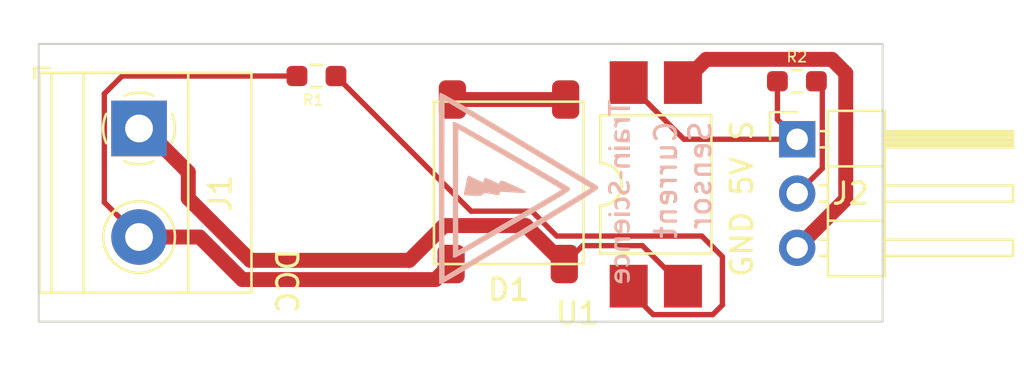
<source format=kicad_pcb>
(kicad_pcb (version 20221018) (generator pcbnew)
  (layers (0 "F.Cu" signal) (31 "B.Cu" signal) (34 "B.Paste" user) (35 "F.Paste" user) (36 "B.SilkS" user "B.Silkscreen") (37 "F.SilkS" user "F.Silkscreen") (38 "B.Mask" user) (39 "F.Mask" user) (44 "Edge.Cuts" user))
  (net 0 "")
  (net 1 "Net-(D1-+)")
  (net 2 "Net-(J1-Pin_2)")
  (net 3 "Net-(J1-Pin_1)")
  (net 4 "GND")
  (net 5 "+5V")
  (net 6 "Net-(R1-Pad1)")
  (net 7 "Net-(J2-Pin_1)")
  (footprint "custom_kicad_lib_sk:4A rectifier" (layer "F.Cu") (at 73 60 -90)
    (fp_text reference "D1" (at 5 0 unlocked) (layer "F.SilkS"))
    (fp_text value "~")
    (fp_rect (start -3.8 -3.5) (end 3.8 3.5) (stroke (width 0.12)) (fill none) (layer "F.SilkS"))
    (pad "1" smd roundrect (at -3.9 -2.6625 270) (size 1.8 1.275) (layers "F.Cu" "F.Paste" "F.Mask") (net 1 "Net-(D1-+)"))
    (pad "2" smd roundrect (at -3.9 2.6375 270) (size 1.8 1.275) (layers "F.Cu" "F.Paste" "F.Mask") (net 1 "Net-(D1-+)"))
    (pad "3" smd roundrect (at 3.8 2.7 270) (size 1.8 1.275) (layers "F.Cu" "F.Paste" "F.Mask") (net 2 "Net-(J1-Pin_2)"))
    (pad "4" smd roundrect (at 3.8 -2.6 270) (size 1.8 1.275) (layers "F.Cu" "F.Paste" "F.Mask") (net 3 "Net-(J1-Pin_1)"))
  )
  (footprint "MountingHole:MountingHole_3.2mm_M3" (layer "F.Cu") (at 65.5 60)
    (fp_text reference "REF**" hide)
    (fp_text value "MountingHole_3.2mm_M3")
    (pad "" np_thru_hole circle (at 0 0) (size 3.2 3.2) (drill 3.2) (layers "*.Cu" "*.Mask"))
  )
  (footprint "custom_kicad_lib_sk:R_0603_smalltext" (layer "F.Cu") (at 86.487 55.245)
    (fp_text reference "R2" (at 0 -1.143) (layer "F.SilkS") (effects (font (size 0.5 0.5) (thickness 0.075))))
    (fp_text value "10k")
    (fp_line (start -0.254724 -0.5225) (end 0.254724 -0.5225) (stroke (width 0.12)) (layer "F.SilkS"))
    (fp_line (start -0.254724 0.5225) (end 0.254724 0.5225) (stroke (width 0.12)) (layer "F.SilkS"))
    (pad "1" smd roundrect (at -0.9125 0) (size 0.975 0.95) (layers "F.Cu" "F.Paste" "F.Mask") (net 7 "Net-(J2-Pin_1)"))
    (pad "2" smd roundrect (at 0.9125 0) (size 0.975 0.95) (layers "F.Cu" "F.Paste" "F.Mask") (net 5 "+5V"))
  )
  (footprint "TerminalBlock_Phoenix:TerminalBlock_Phoenix_MKDS-1,5-2-5.08_1x02_P5.08mm_Horizontal" (layer "F.Cu") (at 55.695 57.455 -90)
    (fp_text reference "J1" (at 3.045 -3.805 -90) (layer "F.SilkS"))
    (fp_text value "Screw_Terminal_01x02")
    (fp_line (start -2.84 4.16) (end -2.84 4.9) (stroke (width 0.12)) (layer "F.SilkS"))
    (fp_line (start -2.84 4.9) (end -2.34 4.9) (stroke (width 0.12)) (layer "F.SilkS"))
    (fp_line (start -2.6 -5.261) (end -2.6 4.66) (stroke (width 0.12)) (layer "F.SilkS"))
    (fp_line (start -2.6 -5.261) (end 7.68 -5.261) (stroke (width 0.12)) (layer "F.SilkS"))
    (fp_line (start -2.6 -2.301) (end 7.68 -2.301) (stroke (width 0.12)) (layer "F.SilkS"))
    (fp_line (start -2.6 2.6) (end 7.68 2.6) (stroke (width 0.12)) (layer "F.SilkS"))
    (fp_line (start -2.6 4.1) (end 7.68 4.1) (stroke (width 0.12)) (layer "F.SilkS"))
    (fp_line (start -2.6 4.66) (end 7.68 4.66) (stroke (width 0.12)) (layer "F.SilkS"))
    (fp_line (start 3.853 1.023) (end 3.806 1.069) (stroke (width 0.12)) (layer "F.SilkS"))
    (fp_line (start 4.046 1.239) (end 4.011 1.274) (stroke (width 0.12)) (layer "F.SilkS"))
    (fp_line (start 6.15 -1.275) (end 6.115 -1.239) (stroke (width 0.12)) (layer "F.SilkS"))
    (fp_line (start 6.355 -1.069) (end 6.308 -1.023) (stroke (width 0.12)) (layer "F.SilkS"))
    (fp_line (start 7.68 -5.261) (end 7.68 4.66) (stroke (width 0.12)) (layer "F.SilkS"))
    (fp_arc (start -1.535427 0.683042) (mid -1.680501 -0.000524) (end -1.535 -0.684) (stroke (width 0.12)) (layer "F.SilkS"))
    (fp_arc (start -0.683042 -1.535427) (mid 0.000524 -1.680501) (end 0.684 -1.535) (stroke (width 0.12)) (layer "F.SilkS"))
    (fp_arc (start 0.028805 1.680253) (mid -0.335551 1.646659) (end -0.684 1.535) (stroke (width 0.12)) (layer "F.SilkS"))
    (fp_arc (start 0.683318 1.534756) (mid 0.349292 1.643288) (end 0 1.68) (stroke (width 0.12)) (layer "F.SilkS"))
    (fp_arc (start 1.535427 -0.683042) (mid 1.680501 0.000524) (end 1.535 0.684) (stroke (width 0.12)) (layer "F.SilkS"))
    (fp_circle (center 5.08 0) (end 6.76 0) (stroke (width 0.12)) (fill none) (layer "F.SilkS"))
    (pad "1" thru_hole rect (at 0 0 270) (size 2.6 2.6) (drill 1.3) (layers "*.Cu" "*.Mask") (net 3 "Net-(J1-Pin_1)"))
    (pad "2" thru_hole circle (at 5.08 0 270) (size 2.6 2.6) (drill 1.3) (layers "*.Cu" "*.Mask") (net 2 "Net-(J1-Pin_2)"))
  )
  (footprint "Connector_PinHeader_2.54mm:PinHeader_1x03_P2.54mm_Horizontal" (layer "F.Cu") (at 86.5 57.96)
    (fp_text reference "J2" (at 2.5 2.54) (layer "F.SilkS"))
    (fp_text value "Conn_01x03_Pin")
    (fp_line (start -1.27 -1.27) (end 0 -1.27) (stroke (width 0.12)) (layer "F.SilkS"))
    (fp_line (start -1.27 0) (end -1.27 -1.27) (stroke (width 0.12)) (layer "F.SilkS"))
    (fp_line (start 1.042929 2.16) (end 1.44 2.16) (stroke (width 0.12)) (layer "F.SilkS"))
    (fp_line (start 1.042929 2.92) (end 1.44 2.92) (stroke (width 0.12)) (layer "F.SilkS"))
    (fp_line (start 1.042929 4.7) (end 1.44 4.7) (stroke (width 0.12)) (layer "F.SilkS"))
    (fp_line (start 1.042929 5.46) (end 1.44 5.46) (stroke (width 0.12)) (layer "F.SilkS"))
    (fp_line (start 1.11 -0.38) (end 1.44 -0.38) (stroke (width 0.12)) (layer "F.SilkS"))
    (fp_line (start 1.11 0.38) (end 1.44 0.38) (stroke (width 0.12)) (layer "F.SilkS"))
    (fp_line (start 1.44 -1.33) (end 1.44 6.41) (stroke (width 0.12)) (layer "F.SilkS"))
    (fp_line (start 1.44 1.27) (end 4.1 1.27) (stroke (width 0.12)) (layer "F.SilkS"))
    (fp_line (start 1.44 3.81) (end 4.1 3.81) (stroke (width 0.12)) (layer "F.SilkS"))
    (fp_line (start 1.44 6.41) (end 4.1 6.41) (stroke (width 0.12)) (layer "F.SilkS"))
    (fp_line (start 4.1 -1.33) (end 1.44 -1.33) (stroke (width 0.12)) (layer "F.SilkS"))
    (fp_line (start 4.1 -0.38) (end 10.1 -0.38) (stroke (width 0.12)) (layer "F.SilkS"))
    (fp_line (start 4.1 -0.32) (end 10.1 -0.32) (stroke (width 0.12)) (layer "F.SilkS"))
    (fp_line (start 4.1 -0.2) (end 10.1 -0.2) (stroke (width 0.12)) (layer "F.SilkS"))
    (fp_line (start 4.1 -0.08) (end 10.1 -0.08) (stroke (width 0.12)) (layer "F.SilkS"))
    (fp_line (start 4.1 0.04) (end 10.1 0.04) (stroke (width 0.12)) (layer "F.SilkS"))
    (fp_line (start 4.1 0.16) (end 10.1 0.16) (stroke (width 0.12)) (layer "F.SilkS"))
    (fp_line (start 4.1 0.28) (end 10.1 0.28) (stroke (width 0.12)) (layer "F.SilkS"))
    (fp_line (start 4.1 2.16) (end 10.1 2.16) (stroke (width 0.12)) (layer "F.SilkS"))
    (fp_line (start 4.1 4.7) (end 10.1 4.7) (stroke (width 0.12)) (layer "F.SilkS"))
    (fp_line (start 4.1 6.41) (end 4.1 -1.33) (stroke (width 0.12)) (layer "F.SilkS"))
    (fp_line (start 10.1 -0.38) (end 10.1 0.38) (stroke (width 0.12)) (layer "F.SilkS"))
    (fp_line (start 10.1 0.38) (end 4.1 0.38) (stroke (width 0.12)) (layer "F.SilkS"))
    (fp_line (start 10.1 2.16) (end 10.1 2.92) (stroke (width 0.12)) (layer "F.SilkS"))
    (fp_line (start 10.1 2.92) (end 4.1 2.92) (stroke (width 0.12)) (layer "F.SilkS"))
    (fp_line (start 10.1 4.7) (end 10.1 5.46) (stroke (width 0.12)) (layer "F.SilkS"))
    (fp_line (start 10.1 5.46) (end 4.1 5.46) (stroke (width 0.12)) (layer "F.SilkS"))
    (pad "1" thru_hole rect (at 0 0) (size 1.7 1.7) (drill 1) (layers "*.Cu" "*.Mask") (net 7 "Net-(J2-Pin_1)"))
    (pad "2" thru_hole oval (at 0 2.54) (size 1.7 1.7) (drill 1) (layers "*.Cu" "*.Mask") (net 5 "+5V"))
    (pad "3" thru_hole oval (at 0 5.08) (size 1.7 1.7) (drill 1) (layers "*.Cu" "*.Mask") (net 4 "GND"))
  )
  (footprint "custom_kicad_lib_sk:R_0603_smalltext" (layer "F.Cu") (at 64 55 180)
    (fp_text reference "R1" (at 0.15 -1.125) (layer "F.SilkS") (effects (font (size 0.5 0.5) (thickness 0.075))))
    (fp_text value "47R")
    (fp_line (start -0.254724 -0.5225) (end 0.254724 -0.5225) (stroke (width 0.12)) (layer "F.SilkS"))
    (fp_line (start -0.254724 0.5225) (end 0.254724 0.5225) (stroke (width 0.12)) (layer "F.SilkS"))
    (pad "1" smd roundrect (at -0.9125 0 180) (size 0.975 0.95) (layers "F.Cu" "F.Paste" "F.Mask") (net 6 "Net-(R1-Pad1)"))
    (pad "2" smd roundrect (at 0.9125 0 180) (size 0.975 0.95) (layers "F.Cu" "F.Paste" "F.Mask") (net 2 "Net-(J1-Pin_2)"))
  )
  (footprint "Package_DIP:SMDIP-4_W9.53mm" (layer "F.Cu") (at 79.883 60.071 90)
    (fp_text reference "U1" (at -6.032 -3.673 180) (layer "F.SilkS"))
    (fp_text value "EL814")
    (fp_line (start -3.235 -2.6) (end -3.235 2.6) (stroke (width 0.12)) (layer "F.SilkS"))
    (fp_line (start -3.235 2.6) (end 3.235 2.6) (stroke (width 0.12)) (layer "F.SilkS"))
    (fp_line (start -1 -2.6) (end -3.235 -2.6) (stroke (width 0.12)) (layer "F.SilkS"))
    (fp_line (start 3.235 -2.6) (end 1 -2.6) (stroke (width 0.12)) (layer "F.SilkS"))
    (fp_line (start 3.235 2.6) (end 3.235 -2.6) (stroke (width 0.12)) (layer "F.SilkS"))
    (fp_arc (start 1 -2.6) (mid 0 -1.6) (end -1 -2.6) (stroke (width 0.12)) (layer "F.SilkS"))
    (pad "1" smd rect (at -4.765 -1.27 90) (size 2 1.78) (layers "F.Cu" "F.Paste" "F.Mask") (net 6 "Net-(R1-Pad1)"))
    (pad "2" smd rect (at -4.765 1.27 90) (size 2 1.78) (layers "F.Cu" "F.Paste" "F.Mask") (net 3 "Net-(J1-Pin_1)"))
    (pad "3" smd rect (at 4.765 1.27 90) (size 2 1.78) (layers "F.Cu" "F.Paste" "F.Mask") (net 4 "GND"))
    (pad "4" smd rect (at 4.765 -1.27 90) (size 2 1.78) (layers "F.Cu" "F.Paste" "F.Mask") (net 7 "Net-(J2-Pin_1)"))
  )
  (footprint "custom_kicad_lib_sk:Train-Science logo small" (layer "B.Cu") (at 74.295 60.325 -90)
    (fp_text reference "G***" hide)
    (fp_text value "LOGO" hide)
    (fp_poly (pts (xy -1.867174 -4.3782) (xy -2.028137 -4.3782) (xy -2.028137 -3.637769) (xy -1.867174 -3.637769)) (fill solid) (layer "B.SilkS"))
    (fp_poly (pts (xy 1.223321 -4.3782) (xy 1.062357 -4.3782) (xy 1.062357 -3.637769) (xy 1.223321 -3.637769)) (fill solid) (layer "B.SilkS"))
    (fp_poly (pts (xy -1.879051 -3.365565) (xy -1.85507 -3.397528) (xy -1.848957 -3.467248) (xy -1.897497 -3.5033) (xy -1.951794 -3.508999) (xy -2.01104 -3.497959) (xy -2.024208 -3.453786) (xy -2.022328 -3.436565) (xy -1.991057 -3.378361) (xy -1.934811 -3.352714)) (fill solid) (layer "B.SilkS"))
    (fp_poly (pts (xy 1.211443 -3.365565) (xy 1.235424 -3.397528) (xy 1.241537 -3.467248) (xy 1.192998 -3.5033) (xy 1.1387 -3.508999) (xy 1.079454 -3.497959) (xy 1.066286 -3.453786) (xy 1.068167 -3.436565) (xy 1.099438 -3.378361) (xy 1.155683 -3.352714)) (fill solid) (layer "B.SilkS"))
    (fp_poly (pts (xy -0.612737 -3.9006) (xy -0.533283 -3.922266) (xy -0.490713 -3.961014) (xy -0.488845 -3.967744) (xy -0.490951 -3.998166) (xy -0.520453 -4.01526) (xy -0.590351 -4.022672) (xy -0.689781 -4.024081) (xy -0.808268 -4.020841) (xy -0.874379 -4.009353) (xy -0.899883 -3.986965) (xy -0.901394 -3.976406) (xy -0.873403 -3.933919) (xy -0.802697 -3.906845) (xy -0.709175 -3.895599)) (fill solid) (layer "B.SilkS"))
    (fp_poly (pts (xy -3.669632 -3.34866) (xy -3.559722 -3.351709) (xy -3.492918 -3.358945) (xy -3.458582 -3.372129) (xy -3.446076 -3.393024) (xy -3.444613 -3.412421) (xy -3.454092 -3.452657) (xy -3.493451 -3.471683) (xy -3.579073 -3.476782) (xy -3.58948 -3.476806) (xy -3.734347 -3.476806) (xy -3.734347 -4.3782) (xy -3.89531 -4.3782) (xy -3.89531 -3.480334) (xy -4.047936 -3.470522) (xy -4.148526 -3.457408) (xy -4.198923 -3.431105) (xy -4.21126 -3.404373) (xy -4.210399 -3.380588) (xy -4.190335 -3.364589) (xy -4.140901 -3.354863) (xy -4.051928 -3.349892) (xy -3.91325 -3.348161) (xy -3.833286 -3.348036)) (fill solid) (layer "B.SilkS"))
    (fp_poly (pts (xy -3.20706 -3.649174) (xy -3.187072 -3.671095) (xy -3.167366 -3.687977) (xy -3.124803 -3.671095) (xy -3.032476 -3.639196) (xy -2.952967 -3.641074) (xy -2.904379 -3.674259) (xy -2.897338 -3.702155) (xy -2.912873 -3.749633) (xy -2.970283 -3.766013) (xy -2.992091 -3.76654) (xy -3.08017 -3.784752) (xy -3.139695 -3.843818) (xy -3.1741 -3.950385) (xy -3.18682 -4.1111) (xy -3.187072 -4.143919) (xy -3.188151 -4.264488) (xy -3.194538 -4.33444) (xy -3.210963 -4.367539) (xy -3.242154 -4.377549) (xy -3.267554 -4.3782) (xy -3.348035 -4.3782) (xy -3.348035 -3.637769) (xy -3.267554 -3.637769)) (fill solid) (layer "B.SilkS"))
    (fp_poly (pts (xy 3.456146 -3.654371) (xy 3.543105 -3.697368) (xy 3.592791 -3.756548) (xy 3.594178 -3.814197) (xy 3.572895 -3.852981) (xy 3.542199 -3.843557) (xy 3.513841 -3.819211) (xy 3.424501 -3.7745) (xy 3.322943 -3.773442) (xy 3.238538 -3.81626) (xy 3.237661 -3.817129) (xy 3.201357 -3.890078) (xy 3.187495 -3.994878) (xy 3.196074 -4.103032) (xy 3.227095 -4.186043) (xy 3.237661 -4.198841) (xy 3.321639 -4.242246) (xy 3.423161 -4.241772) (xy 3.512857 -4.197642) (xy 3.513841 -4.196759) (xy 3.559116 -4.162129) (xy 3.582547 -4.174932) (xy 3.594178 -4.201773) (xy 3.589623 -4.267108) (xy 3.534669 -4.324764) (xy 3.443265 -4.364981) (xy 3.341993 -4.3782) (xy 3.23693 -4.364144) (xy 3.150524 -4.312169) (xy 3.116435 -4.280323) (xy 3.06227 -4.220957) (xy 3.03476 -4.166703) (xy 3.027277 -4.094215) (xy 3.032787 -3.985733) (xy 3.063239 -3.823108) (xy 3.128926 -3.713042) (xy 3.232557 -3.652527) (xy 3.346264 -3.637769)) (fill solid) (layer "B.SilkS"))
    (fp_poly (pts (xy 0.784156 -3.654371) (xy 0.871115 -3.697368) (xy 0.920801 -3.756548) (xy 0.922188 -3.814197) (xy 0.900905 -3.852981) (xy 0.870209 -3.843557) (xy 0.841851 -3.819211) (xy 0.752511 -3.7745) (xy 0.650954 -3.773442) (xy 0.566548 -3.81626) (xy 0.565671 -3.817129) (xy 0.529974 -3.888454) (xy 0.515171 -3.998249) (xy 0.515082 -4.007985) (xy 0.527932 -4.119813) (xy 0.562192 -4.195116) (xy 0.565671 -4.198841) (xy 0.649649 -4.242246) (xy 0.751171 -4.241772) (xy 0.840868 -4.197642) (xy 0.841851 -4.196759) (xy 0.887126 -4.162129) (xy 0.910558 -4.174932) (xy 0.922188 -4.201773) (xy 0.917633 -4.267108) (xy 0.862679 -4.324764) (xy 0.771275 -4.364981) (xy 0.670003 -4.3782) (xy 0.56494 -4.364144) (xy 0.478534 -4.312169) (xy 0.444446 -4.280323) (xy 0.39028 -4.220957) (xy 0.36277 -4.166703) (xy 0.355287 -4.094215) (xy 0.360798 -3.985733) (xy 0.391249 -3.823108) (xy 0.456936 -3.713042) (xy 0.560567 -3.652527) (xy 0.674274 -3.637769)) (fill solid) (layer "B.SilkS"))
    (fp_poly (pts (xy -2.40532 -3.645768) (xy -2.326525 -3.67613) (xy -2.275297 -3.738404) (xy -2.245189 -3.842138) (xy -2.22975 -3.996881) (xy -2.226439 -4.069661) (xy -2.215488 -4.366149) (xy -2.45432 -4.371021) (xy -2.611055 -4.367821) (xy -2.715337 -4.349617) (xy -2.763052 -4.326932) (xy -2.817997 -4.253657) (xy -2.8318 -4.157537) (xy -2.826579 -4.141434) (xy -2.663371 -4.141434) (xy -2.661178 -4.198977) (xy -2.617211 -4.235887) (xy -2.541587 -4.248708) (xy -2.462907 -4.236034) (xy -2.420887 -4.210799) (xy -2.387663 -4.147033) (xy -2.382256 -4.110009) (xy -2.391113 -4.070273) (xy -2.429399 -4.05887) (xy -2.5002 -4.066989) (xy -2.611613 -4.096669) (xy -2.663371 -4.141434) (xy -2.826579 -4.141434) (xy -2.80241 -4.066887) (xy -2.783578 -4.04369) (xy -2.714915 -4.000608) (xy -2.611053 -3.960717) (xy -2.500848 -3.933723) (xy -2.438593 -3.927683) (xy -2.39073 -3.905832) (xy -2.389171 -3.848663) (xy -2.411779 -3.801951) (xy -2.44845 -3.775964) (xy -2.522247 -3.768689) (xy -2.620538 -3.77548) (xy -2.726931 -3.782973) (xy -2.782746 -3.776184) (xy -2.800575 -3.753278) (xy -2.80076 -3.74925) (xy -2.770723 -3.693209) (xy -2.685633 -3.655257) (xy -2.553023 -3.638364) (xy -2.518132 -3.637769)) (fill solid) (layer "B.SilkS"))
    (fp_poly (pts (xy 0.08045 -3.363771) (xy 0.163476 -3.40824) (xy 0.193154 -3.477335) (xy 0.193156 -3.477939) (xy 0.170182 -3.528914) (xy 0.121334 -3.539789) (xy 0.080482 -3.508999) (xy 0.032611 -3.483439) (xy -0.047363 -3.477888) (xy -0.130866 -3.490818) (xy -0.189325 -3.520703) (xy -0.191874 -3.52355) (xy -0.21804 -3.596183) (xy -0.180966 -3.673245) (xy -0.081544 -3.753443) (xy -0.004028 -3.796699) (xy 0.136108 -3.882305) (xy 0.216714 -3.971193) (xy 0.24249 -4.071135) (xy 0.223825 -4.173564) (xy 0.164082 -4.275535) (xy 0.095495 -4.330471) (xy -0.018443 -4.366535) (xy -0.150995 -4.376193) (xy -0.274362 -4.359597) (xy -0.346956 -4.328086) (xy -0.40363 -4.272052) (xy -0.419312 -4.22251) (xy -0.394108 -4.195068) (xy -0.346071 -4.199064) (xy -0.197064 -4.233359) (xy -0.075009 -4.242002) (xy 0.005829 -4.224264) (xy 0.015788 -4.217493) (xy 0.061853 -4.14537) (xy 0.055341 -4.062595) (xy 0.002818 -3.983964) (xy -0.089151 -3.924271) (xy -0.119083 -3.913566) (xy -0.188092 -3.877866) (xy -0.269912 -3.816568) (xy -0.288095 -3.800264) (xy -0.365715 -3.694707) (xy -0.385703 -3.587357) (xy -0.353625 -3.488715) (xy -0.27505 -3.409279) (xy -0.155545 -3.359551) (xy -0.048289 -3.348036)) (fill solid) (layer "B.SilkS"))
    (fp_poly (pts (xy -1.179743 -3.652213) (xy -1.106639 -3.700519) (xy -1.060135 -3.79015) (xy -1.036075 -3.928568) (xy -1.030165 -4.092808) (xy -1.03083 -4.228722) (xy -1.035174 -4.312734) (xy -1.046716 -4.357328) (xy -1.068976 -4.374987) (xy -1.105476 -4.378194) (xy -1.110646 -4.3782) (xy -1.150723 -4.375415) (xy -1.174641 -4.358257) (xy -1.186568 -4.313522) (xy -1.190674 -4.228007) (xy -1.191128 -4.123292) (xy -1.193501 -3.995739) (xy -1.199781 -3.889366) (xy -1.208712 -3.82384) (xy -1.210669 -3.817462) (xy -1.256725 -3.775444) (xy -1.33462 -3.771399) (xy -1.424149 -3.805399) (xy -1.441506 -3.816654) (xy -1.477783 -3.84892) (xy -1.499291 -3.893461) (xy -1.50977 -3.966262) (xy -1.512958 -4.083304) (xy -1.513054 -4.122485) (xy -1.513927 -4.249664) (xy -1.519311 -4.325642) (xy -1.533355 -4.363601) (xy -1.560209 -4.376724) (xy -1.593536 -4.3782) (xy -1.674018 -4.3782) (xy -1.674018 -4.007985) (xy -1.67363 -3.849262) (xy -1.670933 -3.743962) (xy -1.663621 -3.681124) (xy -1.649392 -3.649787) (xy -1.625943 -3.638988) (xy -1.596219 -3.637769) (xy -1.53075 -3.652507) (xy -1.503665 -3.67801) (xy -1.482168 -3.702107) (xy -1.446255 -3.67801) (xy -1.387205 -3.651219) (xy -1.298048 -3.63805) (xy -1.283604 -3.637769)) (fill solid) (layer "B.SilkS"))
    (fp_poly (pts (xy 1.874086 -3.665419) (xy 1.97554 -3.737669) (xy 2.042702 -3.838471) (xy 2.06033 -3.925027) (xy 2.06033 -4.024081) (xy 1.802788 -4.024081) (xy 1.674253 -4.025517) (xy 1.597198 -4.031892) (xy 1.558746 -4.046313) (xy 1.54602 -4.071882) (xy 1.545247 -4.086167) (xy 1.568914 -4.17496) (xy 1.641552 -4.227168) (xy 1.76562 -4.244072) (xy 1.841189 -4.240295) (xy 1.949653 -4.233706) (xy 2.007504 -4.2403) (xy 2.027535 -4.262067) (xy 2.028137 -4.269376) (xy 1.999657 -4.321331) (xy 1.925454 -4.357024) (xy 1.822384 -4.375338) (xy 1.707304 -4.375154) (xy 1.597069 -4.355354) (xy 1.508536 -4.31482) (xy 1.495586 -4.304705) (xy 1.430456 -4.223779) (xy 1.397139 -4.110586) (xy 1.393087 -4.07989) (xy 1.397067 -3.908) (xy 1.412373 -3.869557) (xy 1.545247 -3.869557) (xy 1.574363 -3.883662) (xy 1.649466 -3.893017) (xy 1.722307 -3.895311) (xy 1.819283 -3.891076) (xy 1.883595 -3.880152) (xy 1.899366 -3.869557) (xy 1.87055 -3.814477) (xy 1.797044 -3.776712) (xy 1.722307 -3.76654) (xy 1.627639 -3.783306) (xy 1.562731 -3.826073) (xy 1.545247 -3.869557) (xy 1.412373 -3.869557) (xy 1.449928 -3.775233) (xy 1.548716 -3.685192) (xy 1.690478 -3.641482) (xy 1.755377 -3.637769)) (fill solid) (layer "B.SilkS"))
    (fp_poly (pts (xy 2.715567 -3.652213) (xy 2.788671 -3.700519) (xy 2.835175 -3.79015) (xy 2.859236 -3.928568) (xy 2.865146 -4.092808) (xy 2.86448 -4.228722) (xy 2.860137 -4.312734) (xy 2.848595 -4.357328) (xy 2.826334 -4.374987) (xy 2.789834 -4.378194) (xy 2.784664 -4.3782) (xy 2.744587 -4.375415) (xy 2.72067 -4.358257) (xy 2.708742 -4.313522) (xy 2.704637 -4.228007) (xy 2.704183 -4.123292) (xy 2.70181 -3.995739) (xy 2.69553 -3.889366) (xy 2.686599 -3.82384) (xy 2.684642 -3.817462) (xy 2.638586 -3.775444) (xy 2.56069 -3.771399) (xy 2.471162 -3.805399) (xy 2.453804 -3.816654) (xy 2.417528 -3.84892) (xy 2.396019 -3.893461) (xy 2.385541 -3.966262) (xy 2.382352 -4.083304) (xy 2.382256 -4.122485) (xy 2.381383 -4.249664) (xy 2.375999 -4.325642) (xy 2.361955 -4.363601) (xy 2.335101 -4.376724) (xy 2.301774 -4.3782) (xy 2.221293 -4.3782) (xy 2.221293 -4.007985) (xy 2.22168 -3.849262) (xy 2.224378 -3.743962) (xy 2.231689 -3.681124) (xy 2.245918 -3.649787) (xy 2.269368 -3.638988) (xy 2.299092 -3.637769) (xy 2.364561 -3.652507) (xy 2.391646 -3.67801) (xy 2.413142 -3.702107) (xy 2.449056 -3.67801) (xy 2.508105 -3.651219) (xy 2.597263 -3.63805) (xy 2.611707 -3.637769)) (fill solid) (layer "B.SilkS"))
    (fp_poly (pts (xy 4.191957 -3.665419) (xy 4.293411 -3.737669) (xy 4.360573 -3.838471) (xy 4.3782 -3.925027) (xy 4.3782 -4.024081) (xy 4.120659 -4.024081) (xy 3.992123 -4.025517) (xy 3.915069 -4.031892) (xy 3.876617 -4.046313) (xy 3.86389 -4.071882) (xy 3.863118 -4.086167) (xy 3.886785 -4.17496) (xy 3.959423 -4.227168) (xy 4.083491 -4.244072) (xy 4.15906 -4.240295) (xy 4.267524 -4.233706) (xy 4.325375 -4.2403) (xy 4.345405 -4.262067) (xy 4.346008 -4.269376) (xy 4.317527 -4.321331) (xy 4.243324 -4.357024) (xy 4.140255 -4.375338) (xy 4.025174 -4.375154) (xy 3.91494 -4.355354) (xy 3.826407 -4.31482) (xy 3.813457 -4.304705) (xy 3.748327 -4.223779) (xy 3.71501 -4.110586) (xy 3.710957 -4.07989) (xy 3.714938 -3.908) (xy 3.730244 -3.869557) (xy 3.863118 -3.869557) (xy 3.892233 -3.883662) (xy 3.967337 -3.893017) (xy 4.040178 -3.895311) (xy 4.137154 -3.891076) (xy 4.201466 -3.880152) (xy 4.217237 -3.869557) (xy 4.188421 -3.814477) (xy 4.114915 -3.776712) (xy 4.040178 -3.76654) (xy 3.945509 -3.783306) (xy 3.880602 -3.826073) (xy 3.863118 -3.869557) (xy 3.730244 -3.869557) (xy 3.767799 -3.775233) (xy 3.866587 -3.685192) (xy 4.008349 -3.641482) (xy 4.073248 -3.637769)) (fill solid) (layer "B.SilkS"))
    (fp_poly (pts (xy 0.250482 3.398018) (xy 0.258312 3.360431) (xy 0.266207 3.271171) (xy 0.273323 3.142944) (xy 0.278815 2.988455) (xy 0.279494 2.961822) (xy 0.283147 2.79102) (xy 0.28333 2.672993) (xy 0.27842 2.596159) (xy 0.266793 2.548934) (xy 0.246824 2.519735) (xy 0.216889 2.496979) (xy 0.214047 2.495112) (xy 0.177374 2.463714) (xy 0.157846 2.420729) (xy 0.155167 2.353836) (xy 0.169042 2.250716) (xy 0.199173 2.099046) (xy 0.20399 2.076426) (xy 0.234196 1.927607) (xy 0.248081 1.829473) (xy 0.244797 1.770209) (xy 0.223496 1.738003) (xy 0.183328 1.721039) (xy 0.178383 1.719762) (xy 0.093995 1.698582) (xy 0.113104 1.340229) (xy 0.122361 1.168329) (xy 0.13182 0.9955) (xy 0.140114 0.846597) (xy 0.144094 0.776804) (xy 0.147732 0.616402) (xy 0.136399 0.518612) (xy 0.110043 0.48341) (xy 0.068612 0.510774) (xy 0.012053 0.600683) (xy -0.036281 0.70019) (xy -0.094889 0.829583) (xy -0.151819 0.955614) (xy -0.192615 1.046261) (xy -0.235959 1.142058) (xy -0.293724 1.268625) (xy -0.352412 1.396402) (xy -0.410483 1.535855) (xy -0.432862 1.630868) (xy -0.419591 1.690556) (xy -0.370712 1.724039) (xy -0.353957 1.729118) (xy -0.302087 1.746117) (xy -0.289734 1.754248) (xy -0.301976 1.787815) (xy -0.333966 1.863803) (xy -0.378601 1.966115) (xy -0.428778 2.078653) (xy -0.477393 2.185319) (xy -0.517132 2.269582) (xy -0.553917 2.350924) (xy -0.561542 2.396199) (xy -0.540994 2.426228) (xy -0.525165 2.438593) (xy -0.452176 2.472508) (xy -0.412351 2.478834) (xy -0.36338 2.484926) (xy -0.354119 2.492061) (xy -0.366789 2.526986) (xy -0.400137 2.60474) (xy -0.447168 2.710013) (xy -0.500888 2.827498) (xy -0.554304 2.941887) (xy -0.600421 3.037873) (xy -0.630486 3.096942) (xy -0.659596 3.160107) (xy -0.65177 3.193594) (xy -0.620583 3.213855) (xy -0.53333 3.246777) (xy -0.395236 3.27925) (xy -0.273637 3.301207) (xy -0.190498 3.31751) (xy -0.07335 3.34338) (xy 0.027233 3.367139) (xy 0.134416 3.389945) (xy 0.215087 3.40089)) (fill solid) (layer "B.SilkS"))
    (fp_poly (pts (xy 3.179239 3.830925) (xy 3.169077 3.796052) (xy 3.134748 3.721875) (xy 3.075339 3.60678) (xy 2.989941 3.449155) (xy 2.877641 3.24739) (xy 2.737526 2.999872) (xy 2.568687 2.704989) (xy 2.370211 2.361128) (xy 2.141187 1.966679) (xy 1.880703 1.52003) (xy 1.631778 1.09455) (xy 1.368647 0.645596) (xy 1.135907 0.249143) (xy 0.93161 -0.097982) (xy 0.753807 -0.398953) (xy 0.60055 -0.656942) (xy 0.469891 -0.875124) (xy 0.359881 -1.05667) (xy 0.268572 -1.204755) (xy 0.194014 -1.322552) (xy 0.134261 -1.413233) (xy 0.087362 -1.479973) (xy 0.051371 -1.525943) (xy 0.024337 -1.554318) (xy 0.004314 -1.568271) (xy -0.004969 -1.571019) (xy -0.078828 -1.563333) (xy -0.118283 -1.538827) (xy -0.138767 -1.505458) (xy -0.189191 -1.420294) (xy -0.267262 -1.287274) (xy -0.370688 -1.110339) (xy -0.497173 -0.893428) (xy -0.644426 -0.640482) (xy -0.810153 -0.355441) (xy -0.99206 -0.042244) (xy -1.187855 0.295169) (xy -1.395243 0.652857) (xy -1.611932 1.02688) (xy -1.660439 1.110646) (xy -1.943382 1.600038) (xy -2.194371 2.035755) (xy -2.414343 2.419476) (xy -2.604234 2.752877) (xy -2.764981 3.037634) (xy -2.89752 3.275425) (xy -3.002787 3.467927) (xy -3.081719 3.616816) (xy -3.100264 3.653866) (xy -2.831057 3.653866) (xy -1.427803 1.229825) (xy -1.217976 0.867944) (xy -1.017222 0.522838) (xy -0.827885 0.198474) (xy -0.652308 -0.101185) (xy -0.492836 -0.372174) (xy -0.351814 -0.61053) (xy -0.231586 -0.812287) (xy -0.134496 -0.973481) (xy -0.062889 -1.090149) (xy -0.019109 -1.158326) (xy -0.005551 -1.175218) (xy 0.013203 -1.145197) (xy 0.062076 -1.063637) (xy 0.138687 -0.934577) (xy 0.240658 -0.762061) (xy 0.365609 -0.55013) (xy 0.511161 -0.302826) (xy 0.674935 -0.02419) (xy 0.854552 0.281735) (xy 1.047632 0.610908) (xy 1.251797 0.959287) (xy 1.421346 1.248823) (xy 2.829247 3.653866) (xy 1.414623 3.662249) (xy 1.04211 3.663984) (xy 0.624153 3.665121) (xy 0.179691 3.665659) (xy -0.272337 3.665598) (xy -0.712992 3.664938) (xy -1.123334 3.663678) (xy -1.415529 3.662249) (xy -2.831057 3.653866) (xy -3.100264 3.653866) (xy -3.135253 3.723769) (xy -3.164325 3.790463) (xy -3.17064 3.814829) (xy -3.170976 3.911407) (xy 3.170976 3.911407)) (fill solid) (layer "B.SilkS"))
    (fp_poly (pts (xy -2.177236 4.566716) (xy -1.724771 4.566214) (xy -1.217326 4.565463) (xy -0.651718 4.564501) (xy -0.055144 4.563421) (xy 4.394297 4.55526) (xy 4.402412 4.474778) (xy 4.392766 4.444092) (xy 4.360546 4.377472) (xy 4.304831 4.273357) (xy 4.224701 4.130187) (xy 4.119236 3.9464) (xy 3.987517 3.720436) (xy 3.828623 3.450735) (xy 3.641634 3.135735) (xy 3.425631 2.773875) (xy 3.179692 2.363596) (xy 2.902899 1.903335) (xy 2.594331 1.391532) (xy 2.253068 0.826627) (xy 2.210681 0.756527) (xy 1.892208 0.230049) (xy 1.605234 -0.243951) (xy 1.348069 -0.66817) (xy 1.119028 -1.045302) (xy 0.916421 -1.378044) (xy 0.738561 -1.669091) (xy 0.583761 -1.921141) (xy 0.450332 -2.136888) (xy 0.336586 -2.319029) (xy 0.240836 -2.470259) (xy 0.161394 -2.593274) (xy 0.096573 -2.690771) (xy 0.044683 -2.765444) (xy 0.004038 -2.819991) (xy -0.02705 -2.857107) (xy -0.05027 -2.879488) (xy -0.067308 -2.88983) (xy -0.073048 -2.891234) (xy -0.156237 -2.877194) (xy -0.204854 -2.826849) (xy -0.227047 -2.790521) (xy -0.280348 -2.702298) (xy -0.362758 -2.565508) (xy -0.47228 -2.383476) (xy -0.606914 -2.159531) (xy -0.764662 -1.897) (xy -0.943527 -1.599208) (xy -1.141509 -1.269484) (xy -1.356611 -0.911155) (xy -1.586834 -0.527547) (xy -1.830181 -0.121988) (xy -2.084652 0.302196) (xy -2.348249 0.741676) (xy -2.411808 0.847656) (xy -2.72913 1.377004) (xy -3.014693 1.853894) (xy -3.270035 2.280976) (xy -3.496692 2.660897) (xy -3.696204 2.996307) (xy -3.870107 3.289854) (xy -4.01994 3.544188) (xy -4.147239 3.761957) (xy -4.253544 3.94581) (xy -4.340391 4.098397) (xy -4.409319 4.222366) (xy -4.449721 4.297718) (xy -4.178624 4.297718) (xy -0.08088 -2.532058) (xy 0.192957 -2.079549) (xy 0.247331 -1.989669) (xy 0.332405 -1.84901) (xy 0.445566 -1.661887) (xy 0.584205 -1.43262) (xy 0.74571 -1.165527) (xy 0.92747 -0.864926) (xy 1.126875 -0.535135) (xy 1.341313 -0.180472) (xy 1.568173 0.194744) (xy 1.804844 0.586196) (xy 2.048716 0.989564) (xy 2.257763 1.33534) (xy 4.048733 4.297718) (xy 1.992174 4.306003) (xy 1.548356 4.307468) (xy 1.05587 4.308526) (xy 0.530432 4.309176) (xy -0.012241 4.309419) (xy -0.556433 4.309254) (xy -1.086428 4.308682) (xy -1.58651 4.307702) (xy -2.040962 4.306315) (xy -2.121505 4.306003) (xy -4.178624 4.297718) (xy -4.449721 4.297718) (xy -4.461864 4.320365) (xy -4.499566 4.395045) (xy -4.523961 4.449053) (xy -4.536588 4.485039) (xy -4.538984 4.505651) (xy -4.537712 4.509683) (xy -4.531875 4.518362) (xy -4.522005 4.526181) (xy -4.504918 4.533179) (xy -4.47743 4.539392) (xy -4.436357 4.54486) (xy -4.378514 4.549621) (xy -4.300717 4.553712) (xy -4.199782 4.557172) (xy -4.072525 4.560039) (xy -3.915762 4.562352) (xy -3.726308 4.564148) (xy -3.50098 4.565466) (xy -3.236592 4.566343) (xy -2.929962 4.566818) (xy -2.577905 4.56693)) (fill solid) (layer "B.SilkS"))
  )
  (gr_rect (start 51 53.5) (end 90.5 66.5) (stroke (width 0.1)) (fill none) (layer "Edge.Cuts"))
  (gr_text "Current\nSensor" (at 82.55 57.023 90) (layer "B.SilkS") (effects (font (size 1 1)) (justify left bottom mirror)))
  (gr_text "DCC" (at 62 63 -90) (layer "F.SilkS") (effects (font (size 1 1)) (justify left bottom)))
  (gr_text "GND 5V S" (at 84.5 64.5 90) (layer "F.SilkS") (effects (font (size 1 1)) (justify left bottom)))
  (segment (start 70.3625 56.1) (end 75.6625 56.1) (width 0.7) (layer "F.Cu") (net 1))
  (segment (start 54.9 55) (end 54.07 55.83) (width 0.25) (layer "F.Cu") (net 2))
  (segment (start 63.0875 55) (end 54.9 55) (width 0.25) (layer "F.Cu") (net 2))
  (segment (start 54.07 55.83) (end 54.07 60.91) (width 0.25) (layer "F.Cu") (net 2))
  (segment (start 69.573 64.527) (end 70.3 63.8) (width 0.7) (layer "F.Cu") (net 2))
  (segment (start 60.527 64.527) (end 69.573 64.527) (width 0.7) (layer "F.Cu") (net 2))
  (segment (start 58.535 62.535) (end 60.527 64.527) (width 0.7) (layer "F.Cu") (net 2))
  (segment (start 55.695 62.535) (end 58.535 62.535) (width 0.7) (layer "F.Cu") (net 2))
  (segment (start 54.07 60.91) (end 55.695 62.535) (width 0.25) (layer "F.Cu") (net 2))
  (segment (start 55.955 57.455) (end 58 59.5) (width 0.7) (layer "F.Cu") (net 3))
  (segment (start 68.344402 63.627) (end 69.971402 62) (width 0.7) (layer "F.Cu") (net 3))
  (segment (start 55.695 57.455) (end 55.955 57.455) (width 0.7) (layer "F.Cu") (net 3))
  (segment (start 60.899792 63.627) (end 68.344402 63.627) (width 0.7) (layer "F.Cu") (net 3))
  (segment (start 58 59.5) (end 58 60.727208) (width 0.7) (layer "F.Cu") (net 3))
  (segment (start 73.8 62) (end 75.6 63.8) (width 0.7) (layer "F.Cu") (net 3))
  (segment (start 69.971402 62) (end 73.8 62) (width 0.7) (layer "F.Cu") (net 3))
  (segment (start 58 60.727208) (end 60.899792 63.627) (width 0.7) (layer "F.Cu") (net 3))
  (segment (start 79.257 62.94) (end 81.153 64.836) (width 0.25) (layer "F.Cu") (net 3))
  (segment (start 76.46 62.94) (end 79.257 62.94) (width 0.25) (layer "F.Cu") (net 3))
  (segment (start 75.6 63.8) (end 76.46 62.94) (width 0.25) (layer "F.Cu") (net 3))
  (segment (start 88.129 54.22) (end 88.773 54.864) (width 0.7) (layer "F.Cu") (net 4))
  (segment (start 88.773 54.864) (end 88.773 60.767) (width 0.7) (layer "F.Cu") (net 4))
  (segment (start 81.153 55.306) (end 82.239 54.22) (width 0.7) (layer "F.Cu") (net 4))
  (segment (start 82.239 54.22) (end 88.129 54.22) (width 0.7) (layer "F.Cu") (net 4))
  (segment (start 88.773 60.767) (end 86.5 63.04) (width 0.7) (layer "F.Cu") (net 4))
  (segment (start 87.3995 55.245) (end 87.675 55.5205) (width 0.25) (layer "F.Cu") (net 5))
  (segment (start 87.675 55.5205) (end 87.675 59.325) (width 0.25) (layer "F.Cu") (net 5))
  (segment (start 87.675 59.325) (end 86.5 60.5) (width 0.25) (layer "F.Cu") (net 5))
  (segment (start 82.55 66.167) (end 83 65.717) (width 0.25) (layer "F.Cu") (net 6))
  (segment (start 79.756 66.167) (end 82.55 66.167) (width 0.25) (layer "F.Cu") (net 6))
  (segment (start 83 63.455) (end 82.035 62.49) (width 0.25) (layer "F.Cu") (net 6))
  (segment (start 78.613 64.836) (end 78.613 65.024) (width 0.25) (layer "F.Cu") (net 6))
  (segment (start 83 65.717) (end 83 63.455) (width 0.25) (layer "F.Cu") (net 6))
  (segment (start 71.2375 61.325) (end 64.9125 55) (width 0.25) (layer "F.Cu") (net 6))
  (segment (start 82.035 62.49) (end 75.244594 62.49) (width 0.25) (layer "F.Cu") (net 6))
  (segment (start 75.244594 62.49) (end 74.079594 61.325) (width 0.25) (layer "F.Cu") (net 6))
  (segment (start 74.079594 61.325) (end 71.2375 61.325) (width 0.25) (layer "F.Cu") (net 6))
  (segment (start 78.613 65.024) (end 79.756 66.167) (width 0.25) (layer "F.Cu") (net 6))
  (segment (start 78.613 55.306) (end 78.613 55.372) (width 0.25) (layer "F.Cu") (net 7))
  (segment (start 81.201 57.96) (end 86.5 57.96) (width 0.25) (layer "F.Cu") (net 7))
  (segment (start 85.5745 57.0345) (end 86.5 57.96) (width 0.25) (layer "F.Cu") (net 7))
  (segment (start 78.613 55.372) (end 81.201 57.96) (width 0.25) (layer "F.Cu") (net 7))
  (segment (start 85.5745 55.245) (end 85.5745 57.0345) (width 0.25) (layer "F.Cu") (net 7))
)
</source>
